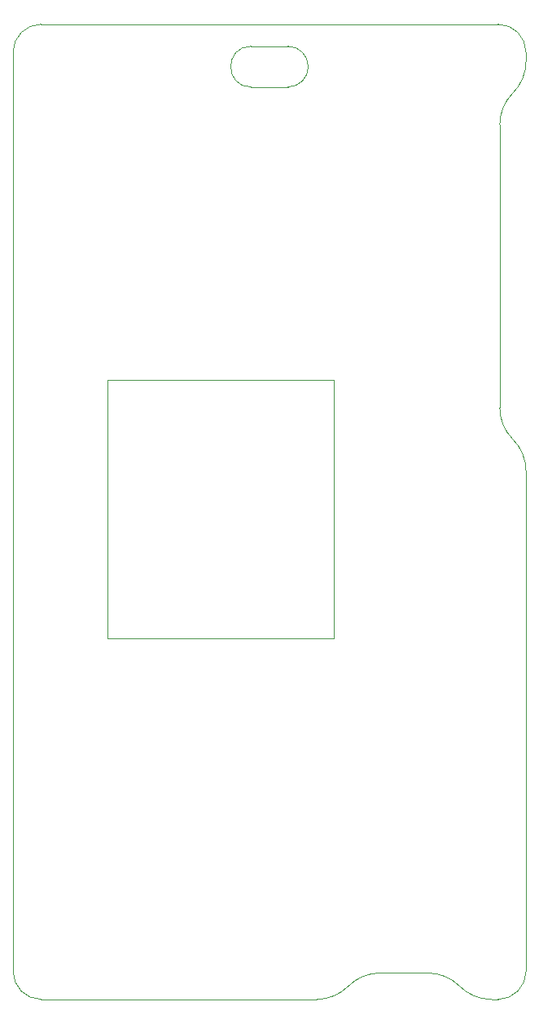
<source format=gbr>
%TF.GenerationSoftware,KiCad,Pcbnew,5.1.12-84ad8e8a86~92~ubuntu18.04.1*%
%TF.CreationDate,2022-01-08T13:00:48-05:00*%
%TF.ProjectId,remote,72656d6f-7465-42e6-9b69-6361645f7063,rev?*%
%TF.SameCoordinates,Original*%
%TF.FileFunction,Profile,NP*%
%FSLAX46Y46*%
G04 Gerber Fmt 4.6, Leading zero omitted, Abs format (unit mm)*
G04 Created by KiCad (PCBNEW 5.1.12-84ad8e8a86~92~ubuntu18.04.1) date 2022-01-08 13:00:48*
%MOMM*%
%LPD*%
G01*
G04 APERTURE LIST*
%TA.AperFunction,Profile*%
%ADD10C,0.050000*%
%TD*%
G04 APERTURE END LIST*
D10*
X105200000Y-123675000D02*
X105200000Y-96850000D01*
X81700000Y-123675000D02*
X105200000Y-123675000D01*
X81700000Y-96850000D02*
X81700000Y-123675000D01*
X105200000Y-96850000D02*
X81700000Y-96850000D01*
X125215000Y-62836376D02*
X125215000Y-63773256D01*
X125215000Y-62835000D02*
X125215000Y-62836376D01*
X121613280Y-161195336D02*
X122303624Y-161195336D01*
X110033704Y-158460040D02*
X115011536Y-158460040D01*
X118312408Y-159827688D02*
G75*
G03*
X115011536Y-158460040I-3301795J-3301795D01*
G01*
X118312408Y-159827688D02*
G75*
G03*
X121613280Y-161195336I3301795J3301795D01*
G01*
X106732832Y-159827688D02*
G75*
G02*
X103431960Y-161195336I-3301795J3301795D01*
G01*
X106732832Y-159827688D02*
G75*
G02*
X110033704Y-158460040I3301795J-3301795D01*
G01*
X125215000Y-158283960D02*
X125215000Y-106335880D01*
X123847352Y-103035008D02*
G75*
G02*
X122479704Y-99734136I3301795J3301795D01*
G01*
X123847352Y-103035008D02*
G75*
G02*
X125215000Y-106335880I-3301795J-3301795D01*
G01*
X122479704Y-70375000D02*
X122479704Y-99734136D01*
X123847352Y-67074128D02*
G75*
G03*
X122479704Y-70375000I3301795J-3301795D01*
G01*
X123847352Y-67074128D02*
G75*
G03*
X125215000Y-63773256I-3301795J3301795D01*
G01*
X100449063Y-66451842D02*
X96629840Y-66451842D01*
X100450000Y-62208460D02*
X96629840Y-62208460D01*
X96629840Y-62208460D02*
G75*
G03*
X96629840Y-66451842I0J-2121691D01*
G01*
X100449063Y-66451842D02*
G75*
G03*
X100450000Y-62208460I937J2121691D01*
G01*
X71874464Y-62836376D02*
X71874464Y-88068200D01*
X122303624Y-59925000D02*
X102969680Y-59925000D01*
X122303624Y-59925000D02*
G75*
G02*
X125215000Y-62835000I0J-2911376D01*
G01*
X74785840Y-161195336D02*
G75*
G02*
X71874464Y-158283960I0J2911376D01*
G01*
X103431960Y-161195336D02*
X74785840Y-161195336D01*
X125215000Y-158283960D02*
G75*
G02*
X122303624Y-161195336I-2911376J0D01*
G01*
X71874464Y-62836376D02*
G75*
G02*
X74785840Y-59925000I2911376J0D01*
G01*
X74785840Y-59925000D02*
X102969680Y-59925000D01*
X71874464Y-88068200D02*
X71874464Y-158283960D01*
M02*

</source>
